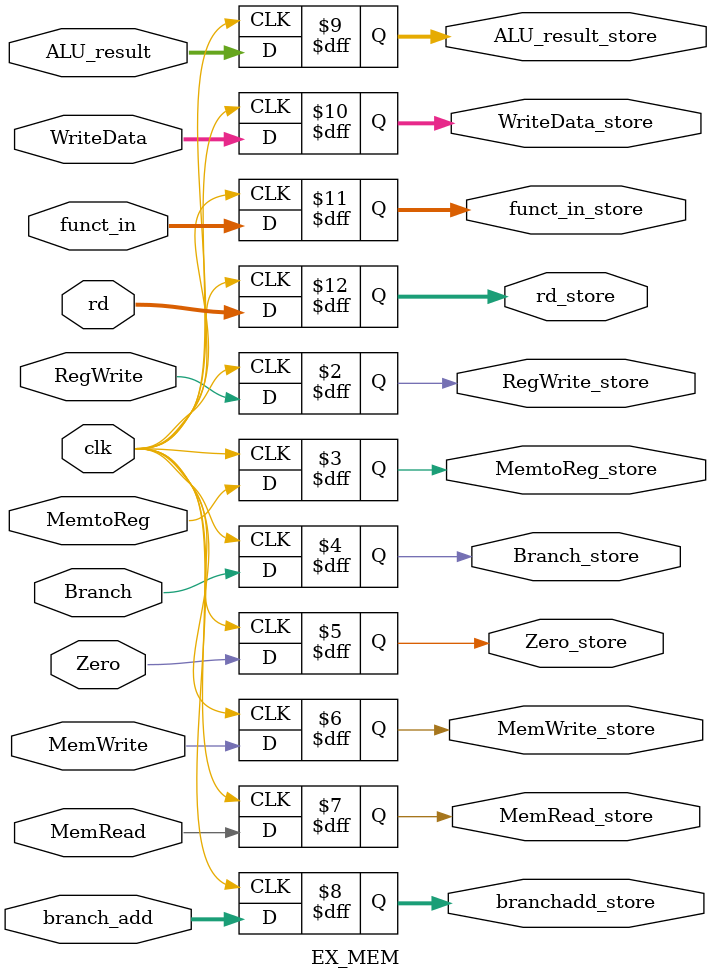
<source format=v>
module EX_MEM
(
    input clk,
    input RegWrite, MemtoReg,
    input Branch, Zero, MemWrite, MemRead,
    input [63:0] branch_add, ALU_result, WriteData,
    input [3:0] funct_in,
    input [4:0] rd,

    output reg RegWrite_store, MemtoReg_store,
    output reg Branch_store, Zero_store, MemWrite_store, 
                MemRead_store,
    output reg [63:0] branchadd_store, ALU_result_store,
            WriteData_store,
    output reg [3:0] funct_in_store,
    output reg [4:0] rd_store
);
always @(negedge clk) begin
    RegWrite_store = RegWrite;
    MemtoReg_store = MemtoReg;
    Branch_store = Branch;
    Zero_store = Zero;
    MemWrite_store = MemWrite;
    MemRead_store = MemRead;
    branchadd_store = branch_add; 
    ALU_result_store = ALU_result;
    WriteData_store = WriteData;
    funct_in_store = funct_in;
    rd_store = rd;
end
endmodule 
</source>
